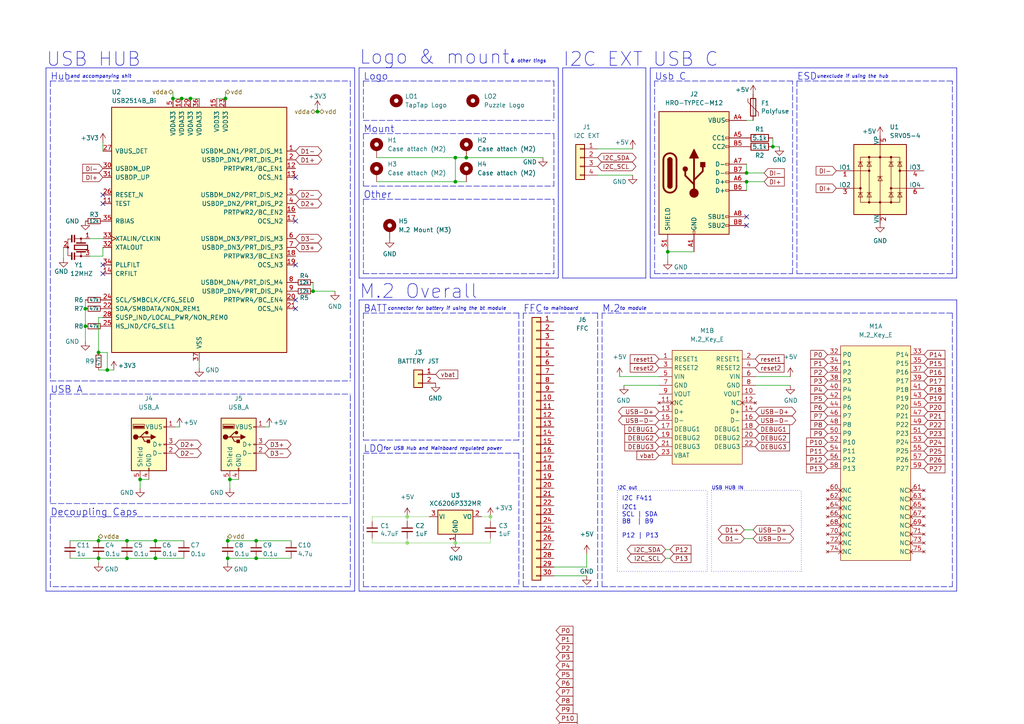
<source format=kicad_sch>
(kicad_sch (version 20211123) (generator eeschema)
  (paper "A4")
  (title_block (title "Full") (date "2022-03-21") (rev "1") (company "TapTap"))
  (junction (at 45.085 156.845))
  (junction (at 224.155 42.545))
  (junction (at 132.08 52.705))
  (junction (at 92.075 32.385))
  (junction (at 40.64 139.065))
  (junction (at 132.08 45.72))
  (junction (at 142.24 149.86) (diameter 0.9144) (color 141 210 114 1))
  (junction (at 24.765 89.535))
  (junction (at 216.535 52.705))
  (junction (at 65.405 28.575))
  (junction (at 216.535 50.165))
  (junction (at 28.575 161.925))
  (junction (at 66.04 156.845))
  (junction (at 28.575 102.235))
  (junction (at 50.165 28.575))
  (junction (at 66.675 139.065))
  (junction (at 45.085 161.925))
  (junction (at 28.575 156.845))
  (junction (at 132.08 157.48) (diameter 0.9144) (color 141 210 114 1))
  (junction (at 193.675 73.025))
  (junction (at 52.705 28.575))
  (junction (at 135.255 45.72))
  (junction (at 24.765 94.615))
  (junction (at 74.295 156.845))
  (junction (at 55.245 28.575))
  (junction (at 90.805 84.455))
  (junction (at 66.04 161.925))
  (junction (at 118.11 157.48) (diameter 0.9144) (color 141 210 114 1))
  (junction (at 118.11 149.86) (diameter 0.9144) (color 141 210 114 1))
  (junction (at 36.83 156.845))
  (junction (at 74.295 161.925))
  (junction (at 31.115 107.315))
  (junction (at 36.83 161.925))
  (no_connect (at 29.845 56.515))
  (no_connect (at 216.535 62.865))
  (no_connect (at 216.535 65.405))
  (no_connect (at 85.725 86.995))
  (no_connect (at 85.725 89.535))
  (no_connect (at 29.845 79.375))
  (no_connect (at 29.845 76.835))
  (no_connect (at 29.845 59.055))
  (no_connect (at 85.725 76.835))
  (no_connect (at 85.725 64.135))
  (no_connect (at 85.725 51.435))
  (polyline (pts (xy 150.495 170.18) (xy 105.41 170.18)))
  (wire (pts (xy 74.295 161.925) (xy 84.455 161.925)))
  (wire (pts (xy 40.64 139.065) (xy 43.18 139.065)))
  (wire (pts (xy 219.075 109.22) (xy 229.235 109.22)))
  (polyline (pts (xy 14.605 23.495) (xy 101.6 23.495)))
  (wire (pts (xy 45.085 156.845) (xy 53.34 156.845)))
  (wire (pts (xy 193.675 73.025) (xy 201.295 73.025)))
  (wire (pts (xy 132.08 45.72) (xy 132.08 52.705)))
  (wire (pts (xy 29.845 92.075) (xy 28.575 92.075)))
  (wire (pts (xy 109.22 52.705) (xy 132.08 52.705)))
  (wire (pts (xy 118.11 151.13) (xy 118.11 149.86)) (stroke (width 0) (color 141 210 114 1)))
  (wire (pts (xy 118.11 157.48) (xy 132.08 157.48)) (stroke (width 0) (color 141 210 114 1)))
  (polyline (pts (xy 105.41 57.785) (xy 105.41 79.375)))
  (polyline (pts (xy 174.625 170.18) (xy 276.225 170.18)))
  (wire (pts (xy 92.075 32.385) (xy 92.71 32.385)))
  (polyline (pts (xy 231.14 23.495) (xy 276.225 23.495)))
  (wire (pts (xy 62.865 28.575) (xy 65.405 28.575)))
  (wire (pts (xy 76.835 123.825) (xy 78.105 123.825)))
  (wire (pts (xy 28.575 107.315) (xy 31.115 107.315)))
  (wire (pts (xy 216.535 34.925) (xy 218.44 34.925)))
  (wire (pts (xy 107.95 151.13) (xy 107.95 149.86)) (stroke (width 0) (color 141 210 114 1)))
  (wire (pts (xy 28.575 161.925) (xy 36.83 161.925)))
  (polyline (pts (xy 206.375 142.24) (xy 206.375 165.735)) (stroke (width 0) (type dot)))
  (polyline (pts (xy 105.41 34.925) (xy 160.655 34.925)))
  (wire (pts (xy 36.83 156.845) (xy 45.085 156.845)))
  (polyline (pts (xy 105.41 57.785) (xy 160.655 57.785)))
  (wire (pts (xy 66.675 141.605) (xy 66.675 139.065)))
  (polyline (pts (xy 161.925 80.645) (xy 104.14 80.645)) (stroke (width 0) (type solid)))
  (polyline (pts (xy 188.595 80.645) (xy 188.595 19.685)) (stroke (width 0) (type solid)))
  (polyline (pts (xy 102.87 171.45) (xy 13.335 171.45)) (stroke (width 0) (type solid)))
  (wire (pts (xy 26.035 74.295) (xy 29.845 74.295)))
  (wire (pts (xy 57.785 104.775) (xy 57.785 106.68)))
  (wire (pts (xy 31.115 102.235) (xy 28.575 102.235)))
  (wire (pts (xy 52.705 28.575) (xy 55.245 28.575)))
  (polyline (pts (xy 163.195 80.645) (xy 163.195 19.685)) (stroke (width 0) (type solid)))
  (wire (pts (xy 55.245 28.575) (xy 57.785 28.575)))
  (polyline (pts (xy 232.41 165.735) (xy 232.41 142.24)) (stroke (width 0) (type dot)))
  (polyline (pts (xy 14.605 114.3) (xy 14.605 146.05)))
  (wire (pts (xy 107.95 156.21) (xy 107.95 157.48)) (stroke (width 0) (color 141 210 114 1)))
  (polyline (pts (xy 14.605 149.86) (xy 101.6 149.86)))
  (polyline (pts (xy 14.605 23.495) (xy 14.605 110.49)))
  (wire (pts (xy 216.535 47.625) (xy 216.535 50.165)))
  (polyline (pts (xy 14.605 146.05) (xy 101.6 146.05)))
  (polyline (pts (xy 187.325 19.685) (xy 187.325 80.645)) (stroke (width 0) (type solid)))
  (wire (pts (xy 28.575 156.845) (xy 36.83 156.845)))
  (wire (pts (xy 28.575 92.075) (xy 28.575 102.235)))
  (wire (pts (xy 28.575 155.575) (xy 28.575 156.845)))
  (polyline (pts (xy 104.14 171.45) (xy 277.495 171.45)) (stroke (width 0) (type solid)))
  (wire (pts (xy 216.535 50.165) (xy 221.615 50.165)))
  (polyline (pts (xy 14.605 110.49) (xy 101.6 110.49)))
  (polyline (pts (xy 14.605 170.18) (xy 14.605 149.86)))
  (wire (pts (xy 132.08 157.48) (xy 142.24 157.48)) (stroke (width 0) (color 141 210 114 1)))
  (polyline (pts (xy 105.41 170.18) (xy 105.41 131.445)))
  (polyline (pts (xy 206.375 165.735) (xy 232.41 165.735)) (stroke (width 0) (type dot)))
  (polyline (pts (xy 101.6 146.05) (xy 101.6 114.3)))
  (wire (pts (xy 66.04 161.925) (xy 74.295 161.925)))
  (wire (pts (xy 107.95 157.48) (xy 118.11 157.48)) (stroke (width 0) (color 141 210 114 1)))
  (polyline (pts (xy 231.14 23.495) (xy 231.14 79.375)))
  (wire (pts (xy 74.295 156.845) (xy 84.455 156.845)))
  (wire (pts (xy 36.83 161.925) (xy 45.085 161.925)))
  (polyline (pts (xy 188.595 19.685) (xy 277.495 19.685)) (stroke (width 0) (type solid)))
  (wire (pts (xy 219.075 111.76) (xy 229.235 111.76)))
  (polyline (pts (xy 205.105 165.735) (xy 205.105 142.24)) (stroke (width 0) (type dot)))
  (polyline (pts (xy 105.41 38.735) (xy 105.41 53.975)))
  (wire (pts (xy 90.805 81.915) (xy 90.805 84.455)))
  (wire (pts (xy 24.765 89.535) (xy 24.765 94.615)))
  (wire (pts (xy 118.11 149.86) (xy 124.46 149.86)) (stroke (width 0) (color 141 210 114 1)))
  (polyline (pts (xy 151.765 90.805) (xy 151.765 170.18)))
  (wire (pts (xy 216.535 52.705) (xy 221.615 52.705)))
  (polyline (pts (xy 161.925 19.685) (xy 161.925 80.645)) (stroke (width 0) (type solid)))
  (polyline (pts (xy 179.07 165.735) (xy 205.105 165.735)) (stroke (width 0) (type dot)))
  (polyline (pts (xy 276.225 90.805) (xy 276.225 170.18)))
  (polyline (pts (xy 277.495 19.685) (xy 277.495 80.645)) (stroke (width 0) (type solid)))
  (wire (pts (xy 66.04 161.925) (xy 66.04 163.195)))
  (wire (pts (xy 180.975 111.76) (xy 191.135 111.76)))
  (polyline (pts (xy 104.14 19.685) (xy 161.925 19.685)) (stroke (width 0) (type solid)))
  (polyline (pts (xy 276.225 79.375) (xy 276.225 23.495)))
  (polyline (pts (xy 277.495 86.995) (xy 277.495 171.45)) (stroke (width 0) (type solid)))
  (wire (pts (xy 215.9 153.67) (xy 218.44 153.67)))
  (wire (pts (xy 66.04 155.575) (xy 66.04 156.845)))
  (wire (pts (xy 31.115 107.315) (xy 33.02 107.315)))
  (wire (pts (xy 132.08 45.72) (xy 135.255 45.72)))
  (polyline (pts (xy 160.655 38.735) (xy 160.655 53.975)))
  (polyline (pts (xy 231.14 79.375) (xy 276.225 79.375)))
  (polyline (pts (xy 105.41 79.375) (xy 160.655 79.375)))
  (wire (pts (xy 107.95 149.86) (xy 118.11 149.86)) (stroke (width 0) (color 141 210 114 1)))
  (wire (pts (xy 20.32 156.845) (xy 28.575 156.845)))
  (polyline (pts (xy 229.87 23.495) (xy 189.865 23.495)))
  (wire (pts (xy 179.705 109.22) (xy 191.135 109.22)))
  (wire (pts (xy 193.04 159.385) (xy 194.31 159.385)))
  (wire (pts (xy 92.075 31.75) (xy 92.075 32.385)))
  (wire (pts (xy 24.765 86.995) (xy 24.765 89.535)))
  (wire (pts (xy 224.155 42.545) (xy 224.155 40.005)))
  (wire (pts (xy 139.7 149.86) (xy 142.24 149.86)) (stroke (width 0) (color 141 210 114 1)))
  (wire (pts (xy 160.655 164.465) (xy 170.18 164.465)))
  (wire (pts (xy 31.115 107.315) (xy 31.115 102.235)))
  (polyline (pts (xy 105.41 131.445) (xy 150.495 131.445)))
  (polyline (pts (xy 104.14 86.995) (xy 277.495 86.995)) (stroke (width 0) (type solid)))
  (wire (pts (xy 135.255 45.72) (xy 157.48 45.72)))
  (wire (pts (xy 66.04 156.845) (xy 74.295 156.845)))
  (wire (pts (xy 29.845 41.275) (xy 29.845 43.815)))
  (polyline (pts (xy 189.865 79.375) (xy 229.87 79.375)))
  (polyline (pts (xy 150.495 90.805) (xy 150.495 127.635)))
  (wire (pts (xy 226.06 42.545) (xy 224.155 42.545)))
  (polyline (pts (xy 105.41 90.805) (xy 105.41 127.635)))
  (wire (pts (xy 183.515 43.18) (xy 173.355 43.18)))
  (polyline (pts (xy 13.335 171.45) (xy 13.335 19.685)) (stroke (width 0) (type solid)))
  (polyline (pts (xy 163.195 19.685) (xy 187.325 19.685)) (stroke (width 0) (type solid)))
  (polyline (pts (xy 13.335 19.685) (xy 102.87 19.685)) (stroke (width 0) (type solid)))
  (wire (pts (xy 142.24 151.13) (xy 142.24 149.86)) (stroke (width 0) (color 141 210 114 1)))
  (polyline (pts (xy 104.14 80.645) (xy 104.14 19.685)) (stroke (width 0) (type solid)))
  (polyline (pts (xy 14.605 114.3) (xy 101.6 114.3)))
  (wire (pts (xy 216.535 52.705) (xy 216.535 55.245)))
  (polyline (pts (xy 101.6 23.495) (xy 101.6 110.49)))
  (wire (pts (xy 90.805 84.455) (xy 97.155 84.455)))
  (polyline (pts (xy 102.87 19.685) (xy 102.87 171.45)) (stroke (width 0) (type solid)))
  (polyline (pts (xy 160.655 57.785) (xy 160.655 79.375)))
  (wire (pts (xy 142.24 156.21) (xy 142.24 157.48)) (stroke (width 0) (color 141 210 114 1)))
  (wire (pts (xy 50.165 26.67) (xy 50.165 28.575)))
  (wire (pts (xy 65.405 26.67) (xy 65.405 28.575)))
  (polyline (pts (xy 174.625 90.805) (xy 174.625 170.18)))
  (wire (pts (xy 170.18 160.655) (xy 170.18 164.465)))
  (polyline (pts (xy 206.375 142.24) (xy 232.41 142.24)) (stroke (width 0) (type dot)))
  (polyline (pts (xy 187.325 80.645) (xy 163.195 80.645)) (stroke (width 0) (type solid)))
  (wire (pts (xy 18.415 71.755) (xy 18.415 74.93)))
  (wire (pts (xy 193.04 161.925) (xy 194.31 161.925)))
  (wire (pts (xy 26.035 69.215) (xy 29.845 69.215)))
  (polyline (pts (xy 101.6 170.18) (xy 14.605 170.18)))
  (wire (pts (xy 92.075 32.385) (xy 91.44 32.385)))
  (polyline (pts (xy 189.865 23.495) (xy 189.865 79.375)))
  (wire (pts (xy 118.11 156.21) (xy 118.11 157.48)) (stroke (width 0) (color 141 210 114 1)))
  (polyline (pts (xy 105.41 127.635) (xy 150.495 127.635)))
  (wire (pts (xy 215.9 156.21) (xy 218.44 156.21)))
  (wire (pts (xy 40.64 141.605) (xy 40.64 139.065)))
  (polyline (pts (xy 277.495 80.645) (xy 188.595 80.645)) (stroke (width 0) (type solid)))
  (polyline (pts (xy 101.6 149.86) (xy 101.6 170.18)))
  (polyline (pts (xy 150.495 90.805) (xy 105.41 90.805)))
  (wire (pts (xy 160.655 167.005) (xy 170.18 167.005)))
  (polyline (pts (xy 105.41 23.495) (xy 105.41 34.925)))
  (wire (pts (xy 66.675 139.065) (xy 69.215 139.065)))
  (wire (pts (xy 183.515 50.8) (xy 173.355 50.8)))
  (wire (pts (xy 24.765 94.615) (xy 24.765 99.06)))
  (polyline (pts (xy 151.765 170.18) (xy 173.355 170.18)))
  (polyline (pts (xy 173.355 90.805) (xy 173.355 170.18)))
  (polyline (pts (xy 105.41 53.975) (xy 160.655 53.975)))
  (wire (pts (xy 109.22 45.72) (xy 132.08 45.72)))
  (wire (pts (xy 20.32 161.925) (xy 28.575 161.925)))
  (polyline (pts (xy 179.07 142.24) (xy 205.105 142.24)) (stroke (width 0) (type dot)))
  (wire (pts (xy 28.575 161.925) (xy 28.575 163.195)))
  (wire (pts (xy 132.08 52.705) (xy 135.255 52.705)))
  (wire (pts (xy 29.845 74.295) (xy 29.845 71.755)))
  (polyline (pts (xy 105.41 23.495) (xy 160.655 23.495)))
  (polyline (pts (xy 229.87 79.375) (xy 229.87 23.495)))
  (wire (pts (xy 50.165 28.575) (xy 52.705 28.575)))
  (wire (pts (xy 50.8 123.825) (xy 52.07 123.825)))
  (polyline (pts (xy 104.14 86.995) (xy 104.14 171.45)) (stroke (width 0) (type solid)))
  (polyline (pts (xy 173.355 90.805) (xy 151.765 90.805)))
  (polyline (pts (xy 276.225 90.805) (xy 174.625 90.805)))
  (polyline (pts (xy 150.495 131.445) (xy 150.495 169.545)))
  (wire (pts (xy 193.675 75.565) (xy 193.675 73.025)))
  (polyline (pts (xy 179.07 142.24) (xy 179.07 165.735)) (stroke (width 0) (type dot)))
  (polyline (pts (xy 105.41 38.735) (xy 160.655 38.735)))
  (polyline (pts (xy 160.655 23.495) (xy 160.655 34.925)))
  (wire (pts (xy 45.085 161.925) (xy 53.34 161.925)))
  (text "to module" (at 179.705 90.17 0) (effects (font (size 1 1) italic) (justify left bottom)))
  (text "Mount" (at 105.41 38.735 0) (effects (font (size 2 2)) (justify left bottom)))
  (text "Hub" (at 14.605 23.495 0) (effects (font (size 2 2)) (justify left bottom)))
  (text "I2C out" (at 179.07 142.24 0) (effects (font (size 1 1)) (justify left bottom)))
  (text "BATT" (at 105.41 90.805 0) (effects (font (size 2 2)) (justify left bottom)))
  (text "to mainboard" (at 157.48 90.17 0) (effects (font (size 1 1) italic) (justify left bottom)))
  (text "M.2" (at 174.625 90.805 0) (effects (font (size 2 2)) (justify left bottom)))
  (text "unexclude if using the hub" (at 236.855 22.86 0) (effects (font (size 1 1) italic) (justify left bottom)))
  (text "Decoupling Caps" (at 14.605 149.86 0) (effects (font (size 2 2)) (justify left bottom)))
  (text "USB HUB IN" (at 206.375 142.24 0) (effects (font (size 1 1)) (justify left bottom)))
  (text "FFC\n" (at 151.765 90.805 0) (effects (font (size 2 2)) (justify left bottom)))
  (text "Usb C" (at 189.865 23.495 0) (effects (font (size 2 2)) (justify left bottom)))
  (text "Logo" (at 105.41 23.495 0) (effects (font (size 2 2)) (justify left bottom)))
  (text "for USB Hub and Mainboard regulated power" (at 111.125 130.81 0) (effects (font (size 1 1) italic) (justify left bottom)))
  (text "I2C EXT" (at 163.195 19.685 0) (effects (font (size 4 4)) (justify left bottom)))
  (text "I2C F411" (at 180.34 145.415 0) (effects (font (size 1.27 1.27)) (justify left bottom)))
  (text "M.2 Overall" (at 104.14 86.995 0) (effects (font (size 4 4)) (justify left bottom)))
  (text "and accompanying shit" (at 20.32 22.86 0) (effects (font (size 1 1) italic) (justify left bottom)))
  (text "connector for battery if using the bt module" (at 112.395 90.17 0) (effects (font (size 1 1) italic) (justify left bottom)))
  (text "ESD" (at 231.14 23.495 0) (effects (font (size 2 2)) (justify left bottom)))
  (text "Logo & mount\n" (at 104.14 19.05 0) (effects (font (size 4 4)) (justify left bottom)))
  (text "USB A\n" (at 14.605 114.3 0) (effects (font (size 2 2)) (justify left bottom)))
  (text "& other tings" (at 147.955 18.415 0) (effects (font (size 1 1) italic) (justify left bottom)))
  (text "Other" (at 105.41 57.785 0) (effects (font (size 2 2)) (justify left bottom)))
  (text "LDO" (at 105.41 131.445 0) (effects (font (size 2 2)) (justify left bottom)))
  (text "USB C" (at 189.23 19.685 0) (effects (font (size 4 4)) (justify left bottom)))
  (text "USB HUB" (at 13.335 19.685 0) (effects (font (size 4 4)) (justify left bottom)))
  (text "I2C1\nSCL | SDA\nB8  | B9\n\nP12 | P13" (at 180.34 156.21 0) (effects (font (size 1.27 1.27)) (justify left bottom)))
  (global_label "P5" (shape input) (at 161.29 195.58 0) (property "Intersheet References" "${INTERSHEET_REFS}" (effects hide)))
  (global_label "P11" (shape input) (at 161.29 210.82 0) (property "Intersheet References" "${INTERSHEET_REFS}" (effects hide)))
  (global_label "P24" (shape input) (at 267.97 128.27 0) (property "Intersheet References" "${INTERSHEET_REFS}" (effects hide)))
  (global_label "P18" (shape input) (at 267.97 113.03 0) (property "Intersheet References" "${INTERSHEET_REFS}" (effects hide)))
  (global_label "USB-D+" (shape bidirectional) (at 219.075 119.38 0) (property "Intersheet References" "${INTERSHEET_REFS}" (effects hide)))
  (global_label "DEBUG2" (shape input) (at 219.075 127 0) (property "Intersheet References" "${INTERSHEET_REFS}" (effects hide)))
  (global_label "P9" (shape input) (at 240.03 125.73 180) (property "Intersheet References" "${INTERSHEET_REFS}" (effects hide)))
  (global_label "USB-D-" (shape bidirectional) (at 191.135 121.92 180) (property "Intersheet References" "${INTERSHEET_REFS}" (effects hide)))
  (global_label "P19" (shape input) (at 267.97 115.57 0) (property "Intersheet References" "${INTERSHEET_REFS}" (effects hide)))
  (global_label "D1-" (shape bidirectional) (at 85.725 43.815 0) (property "Intersheet References" "${INTERSHEET_REFS}" (effects hide)))
  (global_label "DI-" (shape input) (at 29.845 48.895 180) (property "Intersheet References" "${INTERSHEET_REFS}" (effects hide)))
  (global_label "D2+" (shape bidirectional) (at 85.725 59.055 0) (property "Intersheet References" "${INTERSHEET_REFS}" (effects hide)))
  (global_label "P6" (shape input) (at 240.03 118.11 180) (property "Intersheet References" "${INTERSHEET_REFS}" (effects hide)))
  (global_label "P20" (shape input) (at 161.29 233.68 0) (property "Intersheet References" "${INTERSHEET_REFS}" (effects hide)))
  (global_label "P24" (shape input) (at 161.29 243.84 0) (property "Intersheet References" "${INTERSHEET_REFS}" (effects hide)))
  (global_label "P15" (shape input) (at 161.29 220.98 0) (property "Intersheet References" "${INTERSHEET_REFS}" (effects hide)))
  (global_label "DI+" (shape input) (at 29.845 51.435 180) (property "Intersheet References" "${INTERSHEET_REFS}" (effects hide)))
  (global_label "P13" (shape input) (at 240.03 135.89 180) (property "Intersheet References" "${INTERSHEET_REFS}" (effects hide)))
  (global_label "P8" (shape input) (at 161.29 203.2 0) (property "Intersheet References" "${INTERSHEET_REFS}" (effects hide)))
  (global_label "USB-D-" (shape bidirectional) (at 218.44 156.21 0) (property "Intersheet References" "${INTERSHEET_REFS}" (effects hide)))
  (global_label "P3" (shape input) (at 240.03 110.49 180) (property "Intersheet References" "${INTERSHEET_REFS}" (effects hide)))
  (global_label "I2C_SDA" (shape bidirectional) (at 173.355 45.72 0) (property "Intersheet References" "${INTERSHEET_REFS}" (effects hide)))
  (global_label "D3-" (shape bidirectional) (at 85.725 69.215 0) (property "Intersheet References" "${INTERSHEET_REFS}" (effects hide)))
  (global_label "P10" (shape input) (at 161.29 208.28 0) (property "Intersheet References" "${INTERSHEET_REFS}" (effects hide)))
  (global_label "P22" (shape input) (at 161.29 238.76 0) (property "Intersheet References" "${INTERSHEET_REFS}" (effects hide)))
  (global_label "DI+" (shape input) (at 242.57 54.61 180) (property "Intersheet References" "${INTERSHEET_REFS}" (effects hide)))
  (global_label "P18" (shape input) (at 161.29 228.6 0) (property "Intersheet References" "${INTERSHEET_REFS}" (effects hide)))
  (global_label "P25" (shape input) (at 161.29 246.38 0) (property "Intersheet References" "${INTERSHEET_REFS}" (effects hide)))
  (global_label "P26" (shape input) (at 267.97 133.35 0) (property "Intersheet References" "${INTERSHEET_REFS}" (effects hide)))
  (global_label "P6" (shape input) (at 161.29 198.12 0) (property "Intersheet References" "${INTERSHEET_REFS}" (effects hide)))
  (global_label "USB-D+" (shape bidirectional) (at 191.135 119.38 180) (property "Intersheet References" "${INTERSHEET_REFS}" (effects hide)))
  (global_label "P14" (shape input) (at 267.97 102.87 0) (property "Intersheet References" "${INTERSHEET_REFS}" (effects hide)))
  (global_label "reset1" (shape input) (at 191.135 104.14 180) (property "Intersheet References" "${INTERSHEET_REFS}" (effects hide)))
  (global_label "P16" (shape input) (at 267.97 107.95 0) (property "Intersheet References" "${INTERSHEET_REFS}" (effects hide)))
  (global_label "P3" (shape input) (at 161.29 190.5 0) (property "Intersheet References" "${INTERSHEET_REFS}" (effects hide)))
  (global_label "D1+" (shape bidirectional) (at 85.725 46.355 0) (property "Intersheet References" "${INTERSHEET_REFS}" (effects hide)))
  (global_label "P23" (shape input) (at 161.29 241.3 0) (property "Intersheet References" "${INTERSHEET_REFS}" (effects hide)))
  (global_label "P2" (shape input) (at 240.03 107.95 180) (property "Intersheet References" "${INTERSHEET_REFS}" (effects hide)))
  (global_label "P0" (shape input) (at 161.29 182.88 0) (property "Intersheet References" "${INTERSHEET_REFS}" (effects hide)))
  (global_label "D3-" (shape bidirectional) (at 76.835 131.445 0) (property "Intersheet References" "${INTERSHEET_REFS}" (effects hide)))
  (global_label "P14" (shape input) (at 161.29 218.44 0) (property "Intersheet References" "${INTERSHEET_REFS}" (effects hide)))
  (global_label "P26" (shape input) (at 161.29 248.92 0) (property "Intersheet References" "${INTERSHEET_REFS}" (effects hide)))
  (global_label "DEBUG3" (shape input) (at 191.135 129.54 180) (property "Intersheet References" "${INTERSHEET_REFS}" (effects hide)))
  (global_label "P4" (shape input) (at 240.03 113.03 180) (property "Intersheet References" "${INTERSHEET_REFS}" (effects hide)))
  (global_label "D2-" (shape bidirectional) (at 85.725 56.515 0) (property "Intersheet References" "${INTERSHEET_REFS}" (effects hide)))
  (global_label "P0" (shape input) (at 240.03 102.87 180) (property "Intersheet References" "${INTERSHEET_REFS}" (effects hide)))
  (global_label "P22" (shape input) (at 267.97 123.19 0) (property "Intersheet References" "${INTERSHEET_REFS}" (effects hide)))
  (global_label "P7" (shape input) (at 161.29 200.66 0) (property "Intersheet References" "${INTERSHEET_REFS}" (effects hide)))
  (global_label "P27" (shape input) (at 161.29 251.46 0) (property "Intersheet References" "${INTERSHEET_REFS}" (effects hide)))
  (global_label "P15" (shape input) (at 267.97 105.41 0) (property "Intersheet References" "${INTERSHEET_REFS}" (effects hide)))
  (global_label "P13" (shape input) (at 194.31 161.925 0) (property "Intersheet References" "${INTERSHEET_REFS}" (effects hide)))
  (global_label "P19" (shape input) (at 161.29 231.14 0) (property "Intersheet References" "${INTERSHEET_REFS}" (effects hide)))
  (global_label "DI-" (shape input) (at 221.615 50.165 0) (property "Intersheet References" "${INTERSHEET_REFS}" (effects hide)))
  (global_label "reset2" (shape input) (at 219.075 106.68 0) (property "Intersheet References" "${INTERSHEET_REFS}" (effects hide)))
  (global_label "reset1" (shape input) (at 219.075 104.14 0) (property "Intersheet References" "${INTERSHEET_REFS}" (effects hide)))
  (global_label "P1" (shape input) (at 240.03 105.41 180) (property "Intersheet References" "${INTERSHEET_REFS}" (effects hide)))
  (global_label "P17" (shape input) (at 161.29 226.06 0) (property "Intersheet References" "${INTERSHEET_REFS}" (effects hide)))
  (global_label "P12" (shape input) (at 161.29 213.36 0) (property "Intersheet References" "${INTERSHEET_REFS}" (effects hide)))
  (global_label "P12" (shape input) (at 194.31 159.385 0) (property "Intersheet References" "${INTERSHEET_REFS}" (effects hide)))
  (global_label "P4" (shape input) (at 161.29 193.04 0) (property "Intersheet References" "${INTERSHEET_REFS}" (effects hide)))
  (global_label "D3+" (shape bidirectional) (at 76.835 128.905 0) (property "Intersheet References" "${INTERSHEET_REFS}" (effects hide)))
  (global_label "P2" (shape input) (at 161.29 187.96 0) (property "Intersheet References" "${INTERSHEET_REFS}" (effects hide)))
  (global_label "vbat" (shape input) (at 126.365 108.585 0) (property "Intersheet References" "${INTERSHEET_REFS}" (effects hide)))
  (global_label "USB-D+" (shape bidirectional) (at 218.44 153.67 0) (property "Intersheet References" "${INTERSHEET_REFS}" (effects hide)))
  (global_label "P17" (shape input) (at 267.97 110.49 0) (property "Intersheet References" "${INTERSHEET_REFS}" (effects hide)))
  (global_label "P5" (shape input) (at 240.03 115.57 180) (property "Intersheet References" "${INTERSHEET_REFS}" (effects hide)))
  (global_label "D1+" (shape bidirectional) (at 215.9 153.67 180) (property "Intersheet References" "${INTERSHEET_REFS}" (effects hide)))
  (global_label "P7" (shape input) (at 240.03 120.65 180) (property "Intersheet References" "${INTERSHEET_REFS}" (effects hide)))
  (global_label "DEBUG1" (shape input) (at 219.075 124.46 0) (property "Intersheet References" "${INTERSHEET_REFS}" (effects hide)))
  (global_label "I2C_SCL" (shape bidirectional) (at 193.04 161.925 180) (property "Intersheet References" "${INTERSHEET_REFS}" (effects hide)))
  (global_label "D3+" (shape bidirectional) (at 85.725 71.755 0) (property "Intersheet References" "${INTERSHEET_REFS}" (effects hide)))
  (global_label "P25" (shape input) (at 267.97 130.81 0) (property "Intersheet References" "${INTERSHEET_REFS}" (effects hide)))
  (global_label "P27" (shape input) (at 267.97 135.89 0) (property "Intersheet References" "${INTERSHEET_REFS}" (effects hide)))
  (global_label "P20" (shape input) (at 267.97 118.11 0) (property "Intersheet References" "${INTERSHEET_REFS}" (effects hide)))
  (global_label "DI-" (shape input) (at 242.57 49.53 180) (property "Intersheet References" "${INTERSHEET_REFS}" (effects hide)))
  (global_label "vbat" (shape input) (at 191.135 132.08 180) (property "Intersheet References" "${INTERSHEET_REFS}" (effects hide)))
  (global_label "DEBUG3" (shape input) (at 219.075 129.54 0) (property "Intersheet References" "${INTERSHEET_REFS}" (effects hide)))
  (global_label "D2+" (shape bidirectional) (at 50.8 128.905 0) (property "Intersheet References" "${INTERSHEET_REFS}" (effects hide)))
  (global_label "I2C_SCL" (shape bidirectional) (at 173.355 48.26 0) (property "Intersheet References" "${INTERSHEET_REFS}" (effects hide)))
  (global_label "P1" (shape input) (at 161.29 185.42 0) (property "Intersheet References" "${INTERSHEET_REFS}" (effects hide)))
  (global_label "DI+" (shape input) (at 221.615 52.705 0) (property "Intersheet References" "${INTERSHEET_REFS}" (effects hide)))
  (global_label "P23" (shape input) (at 267.97 125.73 0) (property "Intersheet References" "${INTERSHEET_REFS}" (effects hide)))
  (global_label "P8" (shape input) (at 240.03 123.19 180) (property "Intersheet References" "${INTERSHEET_REFS}" (effects hide)))
  (global_label "D1-" (shape bidirectional) (at 215.9 156.21 180) (property "Intersheet References" "${INTERSHEET_REFS}" (effects hide)))
  (global_label "P21" (shape input) (at 267.97 120.65 0) (property "Intersheet References" "${INTERSHEET_REFS}" (effects hide)))
  (global_label "I2C_SDA" (shape bidirectional) (at 193.04 159.385 180) (property "Intersheet References" "${INTERSHEET_REFS}" (effects hide)))
  (global_label "P11" (shape input) (at 240.03 130.81 180) (property "Intersheet References" "${INTERSHEET_REFS}" (effects hide)))
  (global_label "P9" (shape input) (at 161.29 205.74 0) (property "Intersheet References" "${INTERSHEET_REFS}" (effects hide)))
  (global_label "P21" (shape input) (at 161.29 236.22 0) (property "Intersheet References" "${INTERSHEET_REFS}" (effects hide)))
  (global_label "reset2" (shape input) (at 191.135 106.68 180) (property "Intersheet References" "${INTERSHEET_REFS}" (effects hide)))
  (global_label "USB-D-" (shape bidirectional) (at 219.075 121.92 0) (property "Intersheet References" "${INTERSHEET_REFS}" (effects hide)))
  (global_label "P13" (shape input) (at 161.29 215.9 0) (property "Intersheet References" "${INTERSHEET_REFS}" (effects hide)))
  (global_label "P10" (shape input) (at 240.03 128.27 180) (property "Intersheet References" "${INTERSHEET_REFS}" (effects hide)))
  (global_label "P12" (shape input) (at 240.03 133.35 180) (property "Intersheet References" "${INTERSHEET_REFS}" (effects hide)))
  (global_label "DEBUG1" (shape input) (at 191.135 124.46 180) (property "Intersheet References" "${INTERSHEET_REFS}" (effects hide)))
  (global_label "D2-" (shape bidirectional) (at 50.8 131.445 0) (property "Intersheet References" "${INTERSHEET_REFS}" (effects hide)))
  (global_label "DEBUG2" (shape input) (at 191.135 127 180) (property "Intersheet References" "${INTERSHEET_REFS}" (effects hide)))
  (global_label "P16" (shape input) (at 161.29 223.52 0) (property "Intersheet References" "${INTERSHEET_REFS}" (effects hide)))
  (hierarchical_label "vdda" (shape bidirectional) (at 91.44 32.385 180))
  (hierarchical_label "vdd" (shape bidirectional) (at 92.71 32.385 0))
  (hierarchical_label "vdda" (shape bidirectional) (at 28.575 155.575 0))
  (hierarchical_label "vdda" (shape bidirectional) (at 50.165 26.67 180))
  (hierarchical_label "vdd" (shape bidirectional) (at 65.405 26.67 0))
  (hierarchical_label "vdd" (shape bidirectional) (at 66.04 155.575 0))
  (symbol (lib_id "power:GND") (at 157.48 45.72 0) (unit 1)
    (property "Reference" "#PWR0110" (effects hide))
    (property "Value" "GND" (at 153.67 46.99 0))
  )
  (symbol (lib_id "power:+3.3V") (at 142.24 149.86 0) (unit 1)
    (property "Reference" "#PWR0119" (effects hide))
    (property "Value" "+3.3V" (at 146.05 147.32 0))
  )
  (symbol (lib_id "Device:R_Small") (at 27.305 86.995 90) (unit 1)
    (property "Reference" "R6" (at 22.86 86.995 90))
    (property "Value" "47k" (at 27.305 86.995 90) (effects (font (size 1 1))))
    (property "Footprint" "Resistor_SMD:R_0402_1005Metric" (effects hide))
  )
  (symbol (lib_id "Device:Polyfuse") (at 218.44 31.115 0) (unit 1)
    (property "Reference" "F1" (at 220.6752 29.9466 0) (effects (justify left)))
    (property "Value" "Polyfuse" (at 220.6752 32.258 0) (effects (justify left)))
    (property "Footprint" "Resistor_SMD:R_0805_2012Metric" (effects hide))
  )
  (symbol (lib_id "power:GND") (at 24.765 99.06 0) (unit 1)
    (property "Reference" "#PWR0117" (effects hide))
    (property "Value" "GND" (at 20.955 99.06 0))
  )
  (symbol (lib_id "m2ngff:M.2_Key_E") (at 254 100.33 0) (unit 1)
    (property "Reference" "M1" (at 254 94.615 0))
    (property "Value" "M.2_Key_E" (at 254 97.155 0))
    (property "Footprint" "m2ngff:m2-bracket-key-e" (effects hide))
  )
  (symbol (lib_id "power:+5V") (at 255.27 39.37 0) (unit 1)
    (property "Reference" "#PWR0132" (effects hide))
    (property "Value" "+5V" (at 252.095 38.1 0))
  )
  (symbol (lib_id "power:GND") (at 66.04 163.195 0) (unit 1)
    (property "Reference" "#PWR0128" (effects hide))
    (property "Value" "GND" (at 69.85 165.1 0))
  )
  (symbol (lib_id "power:GND") (at 66.675 141.605 0) (unit 1)
    (property "Reference" "#PWR0103" (effects hide))
    (property "Value" "GND" (at 62.865 142.875 0))
  )
  (symbol (lib_id "Connector_Generic:Conn_01x02") (at 121.285 108.585 0) (mirror y) (unit 1)
    (property "Reference" "J3" (at 121.285 102.235 0))
    (property "Value" "BATTERY JST" (at 121.285 104.775 0))
    (property "Footprint" "Connector_JST:JST_PH_S2B-PH-SM4-TB_1x02-1MP_P2.00mm_Horizontal" (effects hide))
  )
  (symbol (lib_id "power:GND") (at 132.08 157.48 0) (unit 1)
    (property "Reference" "#PWR0120" (effects hide))
    (property "Value" "GND" (at 132.207 161.8742 0))
  )
  (symbol (lib_id "Device:C_Small") (at 45.085 159.385 0) (unit 1)
    (property "Reference" "C6" (at 46.99 158.115 0) (effects (justify left)))
    (property "Value" "0.1u" (at 46.99 160.655 0) (effects (justify left)))
    (property "Footprint" "Capacitor_SMD:C_0402_1005Metric" (effects hide))
  )
  (symbol (lib_id "Power:GND") (at 126.365 111.125 0) (mirror y) (unit 1)
    (property "Reference" "#PWR0121" (effects hide))
    (property "Value" "GND" (at 126.238 115.5192 0))
  )
  (symbol (lib_id "power:+5V") (at 179.705 109.22 0) (unit 1)
    (property "Reference" "#PWR0133" (effects hide))
    (property "Value" "+5V" (at 179.705 103.505 0))
  )
  (symbol (lib_id "power:GND") (at 18.415 74.93 0) (unit 1)
    (property "Reference" "#PWR0122" (effects hide))
    (property "Value" "GND" (at 17.78 78.74 0))
  )
  (symbol (lib_id "power:GND") (at 255.27 64.77 0) (unit 1)
    (property "Reference" "#PWR0107" (effects hide))
    (property "Value" "GND" (at 255.27 69.85 0))
  )
  (symbol (lib_id "power:+5V") (at 229.235 109.22 0) (unit 1)
    (property "Reference" "#PWR0127" (effects hide))
    (property "Value" "+5V" (at 229.235 103.505 0))
  )
  (symbol (lib_id "Power:GND") (at 183.515 50.8 0) (unit 1)
    (property "Reference" "#PWR0115" (effects hide))
    (property "Value" "GND" (at 179.705 52.705 0))
  )
  (symbol (lib_id "power:+3.3V") (at 29.845 41.275 0) (unit 1)
    (property "Reference" "#PWR0124" (effects hide))
    (property "Value" "+3.3V" (at 26.035 40.005 0))
  )
  (symbol (lib_id "power:+5V") (at 78.105 123.825 0) (unit 1)
    (property "Reference" "#PWR0104" (effects hide))
    (property "Value" "+5V" (at 81.28 122.555 0))
  )
  (symbol (lib_id "Device:C_Small") (at 142.24 153.67 0) (unit 1)
    (property "Reference" "C3" (at 144.5768 152.5016 0) (effects (justify left)))
    (property "Value" "1uF" (at 144.5768 154.813 0) (effects (justify left)))
    (property "Footprint" "Capacitor_SMD:C_0402_1005Metric" (effects hide))
    (property "LCSC" "C52923" (effects hide))
  )
  (symbol (lib_id "Mechanical:MountingHole_Pad") (at 109.22 50.165 0) (unit 1)
    (property "Reference" "H3" (at 112.395 47.6249 0) (effects (justify left)))
    (property "Value" "Case attach (M2)" (at 112.395 50.1649 0) (effects (justify left)))
    (property "Footprint" "MountingHole:MountingHole_2.2mm_M2_Pad" (effects hide))
  )
  (symbol (lib_id "Device:C_Small") (at 74.295 159.385 0) (unit 1)
    (property "Reference" "C9" (at 76.2 158.115 0) (effects (justify left)))
    (property "Value" "0.1u" (at 76.2 160.655 0) (effects (justify left)))
    (property "Footprint" "Capacitor_SMD:C_0402_1005Metric" (effects hide))
  )
  (symbol (lib_id "power:GND") (at 28.575 163.195 0) (unit 1)
    (property "Reference" "#PWR0129" (effects hide))
    (property "Value" "GND" (at 32.385 165.1 0))
  )
  (symbol (lib_id "power:+3.3V") (at 92.075 31.75 0) (unit 1)
    (property "Reference" "#PWR0123" (effects hide))
    (property "Value" "+3.3V" (at 92.075 27.94 0))
  )
  (symbol (lib_id "Connector_Generic:Conn_01x04") (at 168.275 45.72 0) (mirror y) (unit 1)
    (property "Reference" "J1" (at 170.18 36.83 0))
    (property "Value" "I2C EXT" (at 170.18 39.37 0))
    (property "Footprint" "Connector-pat-various:Magnetic Pogo 4 pin" (effects hide))
  )
  (symbol (lib_id "Power:GND") (at 170.18 167.005 0) (unit 1)
    (property "Reference" "#PWR0114" (effects hide))
    (property "Value" "GND" (at 170.18 165.735 0))
  )
  (symbol (lib_id "Power:GND") (at 180.975 111.76 0) (mirror y) (unit 1)
    (property "Reference" "#PWR0112" (effects hide))
    (property "Value" "GND" (at 180.848 116.1542 0))
  )
  (symbol (lib_id "Device:R_Small") (at 27.305 94.615 90) (unit 1)
    (property "Reference" "R8" (at 22.86 94.615 90))
    (property "Value" "47k" (at 27.305 94.615 90) (effects (font (size 1 1))))
    (property "Footprint" "Resistor_SMD:R_0402_1005Metric" (effects hide))
  )
  (symbol (lib_id "Device:C_Small") (at 20.32 159.385 0) (unit 1)
    (property "Reference" "C11" (at 22.225 158.115 0) (effects (justify left)))
    (property "Value" "1u" (at 22.225 160.655 0) (effects (justify left)))
    (property "Footprint" "Capacitor_SMD:C_0402_1005Metric" (effects hide))
  )
  (symbol (lib_id "Device:C_Small") (at 84.455 159.385 0) (unit 1)
    (property "Reference" "C10" (at 86.36 158.115 0) (effects (justify left)))
    (property "Value" "4.7u" (at 86.36 160.655 0) (effects (justify left)))
    (property "Footprint" "Capacitor_SMD:C_0402_1005Metric" (effects hide))
  )
  (symbol (lib_id "Device:C_Small") (at 53.34 159.385 0) (unit 1)
    (property "Reference" "C7" (at 55.245 158.115 0) (effects (justify left)))
    (property "Value" "0.1u" (at 55.245 160.655 0) (effects (justify left)))
    (property "Footprint" "Capacitor_SMD:C_0402_1005Metric" (effects hide))
  )
  (symbol (lib_id "Device:R_Small") (at 28.575 104.775 0) (unit 1)
    (property "Reference" "R9" (at 26.035 104.775 0))
    (property "Value" "47k" (at 28.575 104.775 90) (effects (font (size 1 1))))
    (property "Footprint" "Resistor_SMD:R_0402_1005Metric" (effects hide))
  )
  (symbol (lib_id "Regulator_Linear:XC6206PxxxMR") (at 132.08 149.86 0) (unit 1)
    (property "Reference" "U3" (at 132.08 143.7132 0))
    (property "Value" "XC6206P332MR" (at 132.08 146.0246 0))
    (property "Footprint" "Package_TO_SOT_SMD:SOT-23" (effects hide))
    (property "Datasheet" "https://www.torexsemi.com/file/xc6206/XC6206.pdf" (effects hide))
    (property "LCSC" "C5446" (effects hide))
  )
  (symbol (lib_id "Device:C_Small") (at 28.575 159.385 0) (unit 1)
    (property "Reference" "C4" (at 30.48 158.115 0) (effects (justify left)))
    (property "Value" "0.1u" (at 30.48 160.655 0) (effects (justify left)))
    (property "Footprint" "Capacitor_SMD:C_0402_1005Metric" (effects hide))
  )
  (symbol (lib_id "Interface_USB:USB2514B_Bi") (at 57.785 66.675 0) (unit 1)
    (property "Reference" "U2" (at 32.385 26.67 0) (effects (justify left)))
    (property "Value" "USB2514B_Bi" (at 32.385 29.21 0) (effects (justify left)))
    (property "Footprint" "Package_DFN_QFN:QFN-36-1EP_6x6mm_P0.5mm_EP3.7x3.7mm_ThermalVias" (effects hide))
    (property "Datasheet" "http://ww1.microchip.com/downloads/en/DeviceDoc/00001692C.pdf" (effects hide))
  )
  (symbol (lib_id "Mechanical:MountingHole") (at 114.935 29.21 0) (unit 1)
    (property "Reference" "LO1" (at 117.475 27.9399 0) (effects (justify left)))
    (property "Value" "TapTap Logo" (at 117.475 30.4799 0) (effects (justify left)))
    (property "Footprint" "LogoSmall:tt_4mm" (effects hide))
  )
  (symbol (lib_id "power:GND") (at 57.785 106.68 0) (unit 1)
    (property "Reference" "#PWR0101" (effects hide))
    (property "Value" "GND" (at 61.595 107.315 0))
  )
  (symbol (lib_id "power:GND") (at 226.06 42.545 0) (unit 1)
    (property "Reference" "#PWR0105" (effects hide))
    (property "Value" "GND" (at 226.06 46.355 0))
  )
  (symbol (lib_id "Connector:USB_A") (at 69.215 128.905 0) (unit 1)
    (property "Reference" "J5" (at 69.215 115.57 0))
    (property "Value" "USB_A" (at 69.215 118.11 0))
    (property "Footprint" "Connector_USB:USB_A_Stewart_SS-52100-001_Horizontal" (effects hide))
    (property "Datasheet" " ~" (effects hide))
  )
  (symbol (lib_id "Device:R_Small") (at 27.305 89.535 90) (unit 1)
    (property "Reference" "R7" (at 22.86 89.535 90))
    (property "Value" "47k" (at 27.305 89.535 90) (effects (font (size 1 1))))
    (property "Footprint" "Resistor_SMD:R_0402_1005Metric" (effects hide))
  )
  (symbol (lib_id "Device:R_Small") (at 27.305 64.135 90) (unit 1)
    (property "Reference" "R3" (at 27.305 62.23 90))
    (property "Value" "12k" (at 27.305 64.135 90) (effects (font (size 1 1))))
    (property "Footprint" "Resistor_SMD:R_0402_1005Metric" (effects hide))
  )
  (symbol (lib_id "power:GND") (at 193.675 75.565 0) (unit 1)
    (property "Reference" "#PWR0108" (effects hide))
    (property "Value" "GND" (at 197.485 77.47 0))
  )
  (symbol (lib_id "Device:C_Small") (at 107.95 153.67 0) (unit 1)
    (property "Reference" "C1" (at 110.2868 152.5016 0) (effects (justify left)))
    (property "Value" "4.7uF" (at 110.2868 154.813 0) (effects (justify left)))
    (property "Footprint" "Capacitor_SMD:C_0402_1005Metric" (effects hide))
    (property "LCSC" "C23733" (effects hide))
  )
  (symbol (lib_id "power:+5V") (at 170.18 160.655 0) (unit 1)
    (property "Reference" "#PWR?" (effects hide))
    (property "Value" "+5V" (at 170.18 154.94 0))
  )
  (symbol (lib_id "power:GND") (at 40.64 141.605 0) (unit 1)
    (property "Reference" "#PWR0102" (effects hide))
    (property "Value" "GND" (at 36.83 142.875 0))
  )
  (symbol (lib_id "power:+5V") (at 218.44 27.305 0) (unit 1)
    (property "Reference" "#PWR0131" (effects hide))
    (property "Value" "+5V" (at 215.265 26.035 0))
  )
  (symbol (lib_id "power:GND") (at 97.155 84.455 0) (unit 1)
    (property "Reference" "#PWR0125" (effects hide))
    (property "Value" "GND" (at 97.155 88.9 0))
  )
  (symbol (lib_id "Device:R_Small") (at 88.265 81.915 90) (unit 1)
    (property "Reference" "R4" (at 88.265 80.01 90))
    (property "Value" "12k" (at 88.265 81.915 90) (effects (font (size 1 1))))
    (property "Footprint" "Resistor_SMD:R_0402_1005Metric" (effects hide))
  )
  (symbol (lib_id "Mechanical:MountingHole_Pad") (at 135.255 43.18 0) (unit 1)
    (property "Reference" "H2" (at 138.43 40.6399 0) (effects (justify left)))
    (property "Value" "Case attach (M2)" (at 138.43 43.1799 0) (effects (justify left)))
    (property "Footprint" "MountingHole:MountingHole_2.2mm_M2_Pad" (effects hide))
  )
  (symbol (lib_id "Power:GND") (at 229.235 111.76 0) (unit 1)
    (property "Reference" "#PWR0109" (effects hide))
    (property "Value" "GND" (at 229.362 116.1542 0))
  )
  (symbol (lib_name "M.2_Key_E_1") (lib_id "m2ngff:M.2_Key_E") (at 205.105 101.6 0) (unit 2)
    (property "Reference" "M1" (at 205.105 95.885 0))
    (property "Value" "M.2_Key_E" (at 205.105 98.425 0))
    (property "Footprint" "m2ngff:m2-bracket-key-e" (effects hide))
  )
  (symbol (lib_id "Connector:USB_A") (at 43.18 128.905 0) (unit 1)
    (property "Reference" "J4" (at 43.18 115.57 0))
    (property "Value" "USB_A" (at 43.18 118.11 0))
    (property "Footprint" "Connector_USB:USB_A_Stewart_SS-52100-001_Horizontal" (effects hide))
    (property "Datasheet" " ~" (effects hide))
  )
  (symbol (lib_id "Power_Protection:SRV05-4") (at 255.27 52.07 0) (unit 1) (on_board no)
    (property "Reference" "U1" (at 258.0387 36.83 0) (effects (justify left)))
    (property "Value" "SRV05-4" (at 258.0387 39.37 0) (effects (justify left)))
    (property "Footprint" "Package_TO_SOT_SMD:SOT-23-6" (effects hide))
    (property "Datasheet" "http://www.onsemi.com/pub/Collateral/SRV05-4-D.PDF" (effects hide))
  )
  (symbol (lib_id "power:GND") (at 24.765 64.135 0) (unit 1)
    (property "Reference" "#PWR0118" (effects hide))
    (property "Value" "GND" (at 20.955 64.135 0))
  )
  (symbol (lib_id "Device:R") (at 220.345 42.545 90) (unit 1)
    (property "Reference" "R2" (at 220.345 45.085 90))
    (property "Value" "5.1k" (at 220.345 42.545 90))
    (property "Footprint" "Resistor_SMD:R_0402_1005Metric" (effects hide))
  )
  (symbol (lib_id "Device:C_Small") (at 66.04 159.385 0) (unit 1)
    (property "Reference" "C8" (at 67.945 158.115 0) (effects (justify left)))
    (property "Value" "0.1u" (at 67.945 160.655 0) (effects (justify left)))
    (property "Footprint" "Capacitor_SMD:C_0402_1005Metric" (effects hide))
  )
  (symbol (lib_id "Connector:USB_C_Receptacle_USB2.0") (at 201.295 50.165 0) (unit 1)
    (property "Reference" "J2" (at 201.295 27.305 0))
    (property "Value" "HRO-TYPEC-M12" (at 201.295 29.845 0))
    (property "Footprint" "Connector_USB:USB_C_Receptacle_HRO_TYPE-C-31-M-12" (effects hide))
    (property "Datasheet" "https://www.usb.org/sites/default/files/documents/usb_type-c.zip" (effects hide))
  )
  (symbol (lib_id "Mechanical:MountingHole") (at 137.16 29.21 0) (unit 1)
    (property "Reference" "LO2" (at 140.335 27.9399 0) (effects (justify left)))
    (property "Value" "Puzzle Logo" (at 140.335 30.4799 0) (effects (justify left)))
    (property "Footprint" "LogoSmall:LogoSmall" (effects hide))
  )
  (symbol (lib_id "Mechanical:MountingHole_Pad") (at 113.03 66.675 0) (unit 1)
    (property "Reference" "H5" (at 115.57 64.1349 0) (effects (justify left)))
    (property "Value" "M.2 Mount (M3)" (at 115.57 66.6749 0) (effects (justify left)))
    (property "Footprint" "MountingHole:MountingHole_3.2mm_M3_DIN965_Pad" (effects hide))
  )
  (symbol (lib_id "Device:C_Small") (at 36.83 159.385 0) (unit 1)
    (property "Reference" "C5" (at 38.735 158.115 0) (effects (justify left)))
    (property "Value" "0.1u" (at 38.735 160.655 0) (effects (justify left)))
    (property "Footprint" "Capacitor_SMD:C_0402_1005Metric" (effects hide))
  )
  (symbol (lib_id "Connector_Generic:Conn_01x30") (at 155.575 128.905 0) (mirror y) (unit 1)
    (property "Reference" "J6" (at 168.91 92.71 0))
    (property "Value" "FFC" (at 168.91 95.25 0))
    (property "Footprint" "Connector-pat-various:100519223010ELF" (effects hide))
  )
  (symbol (lib_id "Mechanical:MountingHole_Pad") (at 109.22 43.18 0) (unit 1)
    (property "Reference" "H1" (at 112.395 40.6399 0) (effects (justify left)))
    (property "Value" "Case attach (M2)" (at 112.395 43.1799 0) (effects (justify left)))
    (property "Footprint" "MountingHole:MountingHole_2.2mm_M2_Pad" (effects hide))
  )
  (symbol (lib_id "power:+5V") (at 52.07 123.825 0) (unit 1)
    (property "Reference" "#PWR0106" (effects hide))
    (property "Value" "+5V" (at 55.245 122.555 0))
  )
  (symbol (lib_id "power:+3.3V") (at 33.02 107.315 0) (unit 1)
    (property "Reference" "#PWR0126" (effects hide))
    (property "Value" "+3.3V" (at 36.83 106.045 0))
  )
  (symbol (lib_id "Device:C_Small") (at 118.11 153.67 0) (unit 1)
    (property "Reference" "C2" (at 120.4468 152.5016 0) (effects (justify left)))
    (property "Value" "1uF" (at 120.4468 154.813 0) (effects (justify left)))
    (property "Footprint" "Capacitor_SMD:C_0402_1005Metric" (effects hide))
    (property "LCSC" "C52923" (effects hide))
  )
  (symbol (lib_id "power:+5V") (at 183.515 43.18 0) (unit 1)
    (property "Reference" "#PWR0116" (effects hide))
    (property "Value" "+5V" (at 180.34 41.275 0))
  )
  (symbol (lib_id "Device:R_Small") (at 88.265 84.455 90) (unit 1)
    (property "Reference" "R5" (at 88.265 86.36 90))
    (property "Value" "12k" (at 88.265 84.455 90) (effects (font (size 1 1))))
    (property "Footprint" "Resistor_SMD:R_0402_1005Metric" (effects hide))
  )
  (symbol (lib_id "power:+5V") (at 118.11 149.86 0) (unit 1)
    (property "Reference" "#PWR0130" (effects hide))
    (property "Value" "+5V" (at 118.11 144.145 0))
  )
  (symbol (lib_id "Device:R") (at 220.345 40.005 270) (unit 1)
    (property "Reference" "R1" (at 220.345 37.465 90))
    (property "Value" "5.1k" (at 220.345 40.005 90))
    (property "Footprint" "Resistor_SMD:R_0402_1005Metric" (effects hide))
  )
  (symbol (lib_id "Device:Resonator_Small") (at 23.495 71.755 270) (unit 1)
    (property "Reference" "Y1" (at 21.59 76.835 90) (effects (justify left)))
    (property "Value" "12MHZ" (at 20.32 79.375 90) (effects (justify left)))
    (property "Footprint" "Crystal:Resonator_SMD_Murata_CSTxExxV-3Pin_3.0x1.1mm" (effects hide))
  )
  (symbol (lib_id "power:GND") (at 113.03 69.215 0) (unit 1)
    (property "Reference" "#PWR0111" (effects hide))
    (property "Value" "GND" (at 113.03 73.66 0))
  )
  (symbol (lib_id "Mechanical:MountingHole_Pad") (at 135.255 50.165 0) (unit 1)
    (property "Reference" "H4" (at 138.43 47.6249 0) (effects (justify left)))
    (property "Value" "Case attach (M2)" (at 138.43 50.1649 0) (effects (justify left)))
    (property "Footprint" "MountingHole:MountingHole_2.2mm_M2_Pad" (effects hide))
  )
)
</source>
